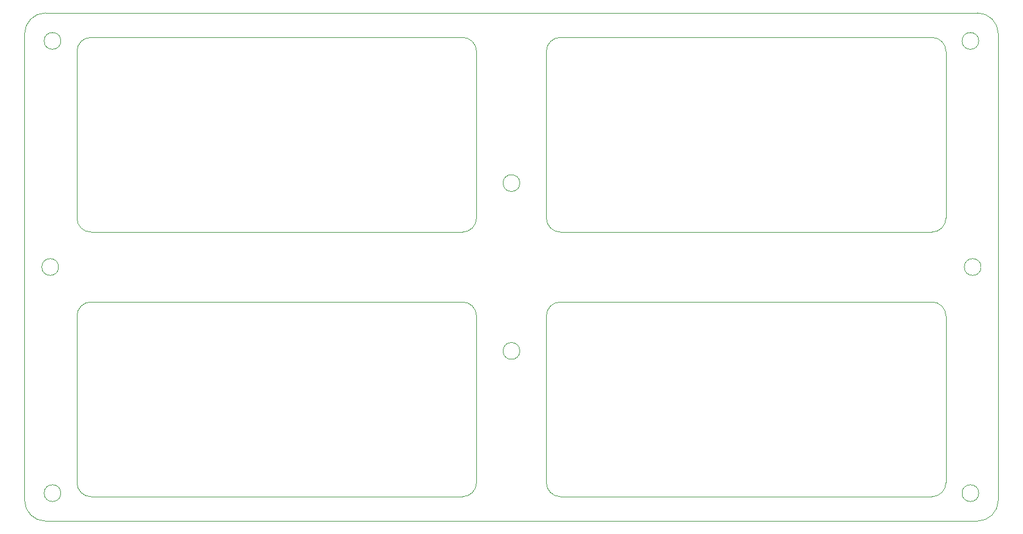
<source format=gbr>
%TF.GenerationSoftware,KiCad,Pcbnew,(5.1.10)-1*%
%TF.CreationDate,2021-07-06T10:58:53+02:00*%
%TF.ProjectId,bottom,626f7474-6f6d-42e6-9b69-6361645f7063,rev?*%
%TF.SameCoordinates,Original*%
%TF.FileFunction,Profile,NP*%
%FSLAX46Y46*%
G04 Gerber Fmt 4.6, Leading zero omitted, Abs format (unit mm)*
G04 Created by KiCad (PCBNEW (5.1.10)-1) date 2021-07-06 10:58:53*
%MOMM*%
%LPD*%
G01*
G04 APERTURE LIST*
%TA.AperFunction,Profile*%
%ADD10C,0.050000*%
%TD*%
G04 APERTURE END LIST*
D10*
X200025000Y-114299999D02*
G75*
G02*
X198025000Y-116299999I-2000000J0D01*
G01*
X198025000Y-88462499D02*
X144850000Y-88462499D01*
X144850000Y-116299999D02*
G75*
G02*
X142850000Y-114299999I0J2000000D01*
G01*
X198025000Y-88462499D02*
G75*
G02*
X200025000Y-90462499I0J-2000000D01*
G01*
X142850000Y-90462499D02*
X142850000Y-114299999D01*
X200025000Y-114299999D02*
X200025000Y-90462499D01*
X144850000Y-116299999D02*
X198025000Y-116299999D01*
X142850000Y-90462499D02*
G75*
G02*
X144850000Y-88462499I2000000J0D01*
G01*
X200025000Y-76462499D02*
G75*
G02*
X198025000Y-78462499I-2000000J0D01*
G01*
X198025000Y-50624999D02*
X144850000Y-50624999D01*
X144850000Y-78462499D02*
G75*
G02*
X142850000Y-76462499I0J2000000D01*
G01*
X198025000Y-50624999D02*
G75*
G02*
X200025000Y-52624999I0J-2000000D01*
G01*
X142850000Y-52624999D02*
X142850000Y-76462499D01*
X200025000Y-76462499D02*
X200025000Y-52624999D01*
X144850000Y-78462499D02*
X198025000Y-78462499D01*
X142850000Y-52624999D02*
G75*
G02*
X144850000Y-50624999I2000000J0D01*
G01*
X132850000Y-114299999D02*
G75*
G02*
X130850000Y-116299999I-2000000J0D01*
G01*
X130850000Y-88462499D02*
X77675000Y-88462499D01*
X77675000Y-116299999D02*
G75*
G02*
X75675000Y-114299999I0J2000000D01*
G01*
X130850000Y-88462499D02*
G75*
G02*
X132850000Y-90462499I0J-2000000D01*
G01*
X75675000Y-90462499D02*
X75675000Y-114299999D01*
X132850000Y-114299999D02*
X132850000Y-90462499D01*
X77675000Y-116299999D02*
X130850000Y-116299999D01*
X75675000Y-90462499D02*
G75*
G02*
X77675000Y-88462499I2000000J0D01*
G01*
X132850000Y-76462499D02*
X132850000Y-52624999D01*
X77675000Y-78462499D02*
X130850000Y-78462499D01*
X75675000Y-52624999D02*
X75675000Y-76462499D01*
X130850000Y-50624999D02*
X77675000Y-50624999D01*
X77675000Y-78462499D02*
G75*
G02*
X75675000Y-76462499I0J2000000D01*
G01*
X132850000Y-76462499D02*
G75*
G02*
X130850000Y-78462499I-2000000J0D01*
G01*
X130850000Y-50624999D02*
G75*
G02*
X132850000Y-52624999I0J-2000000D01*
G01*
X75675000Y-52624999D02*
G75*
G02*
X77675000Y-50624999I2000000J0D01*
G01*
X207525000Y-116800000D02*
X207525000Y-50124999D01*
X71175000Y-119799999D02*
X204525000Y-119800000D01*
X68175000Y-50124999D02*
X68175000Y-116799999D01*
X204525000Y-47124999D02*
X72175000Y-47124999D01*
X204525000Y-47124999D02*
G75*
G02*
X207525000Y-50124999I0J-3000000D01*
G01*
X207525000Y-116800000D02*
G75*
G02*
X204525000Y-119800000I-3000000J0D01*
G01*
X71175000Y-119799999D02*
G75*
G02*
X68175000Y-116799999I0J3000000D01*
G01*
X68175000Y-50124999D02*
G75*
G02*
X71175000Y-47124999I3000000J0D01*
G01*
X72175000Y-47124999D02*
X71175000Y-47124999D01*
X204725000Y-115800000D02*
G75*
G03*
X204725000Y-115800000I-1200000J0D01*
G01*
X204725000Y-51124999D02*
G75*
G03*
X204725000Y-51124999I-1200000J0D01*
G01*
X205050000Y-83462499D02*
G75*
G03*
X205050000Y-83462499I-1200000J0D01*
G01*
X139050000Y-95462499D02*
G75*
G03*
X139050000Y-95462499I-1200000J0D01*
G01*
X139050000Y-71462499D02*
G75*
G03*
X139050000Y-71462499I-1200000J0D01*
G01*
X73050000Y-83462499D02*
G75*
G03*
X73050000Y-83462499I-1200000J0D01*
G01*
X73375000Y-115799999D02*
G75*
G03*
X73375000Y-115799999I-1200000J0D01*
G01*
X73375000Y-51124999D02*
G75*
G03*
X73375000Y-51124999I-1200000J0D01*
G01*
M02*

</source>
